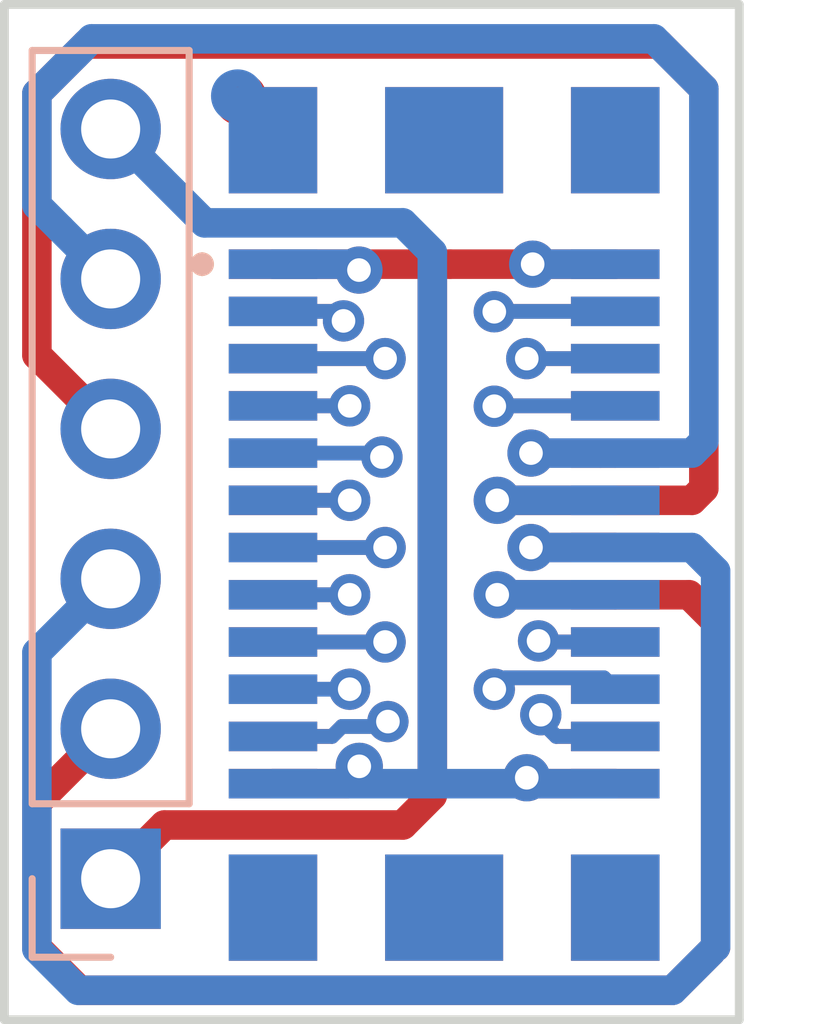
<source format=kicad_pcb>
(kicad_pcb (version 20190907) (host pcbnew "(5.99.0-375-g4460af5be-dirty)+6.0.0~dev1-1")

  (general
    (thickness 1.6)
    (drawings 4)
    (tracks 149)
    (modules 3)
    (nets 23)
  )

  (page "A4")
  (layers
    (0 "F.Cu" signal)
    (31 "B.Cu" signal)
    (32 "B.Adhes" user)
    (33 "F.Adhes" user)
    (34 "B.Paste" user)
    (35 "F.Paste" user)
    (36 "B.SilkS" user)
    (37 "F.SilkS" user)
    (38 "B.Mask" user)
    (39 "F.Mask" user)
    (40 "Dwgs.User" user)
    (41 "Cmts.User" user)
    (42 "Eco1.User" user)
    (43 "Eco2.User" user)
    (44 "Edge.Cuts" user)
    (45 "Margin" user)
    (46 "B.CrtYd" user)
    (47 "F.CrtYd" user)
    (48 "B.Fab" user)
    (49 "F.Fab" user)
  )

  (setup
    (stackup
      (layer "F.SilkS" (type "Top Silk Screen"))
      (layer "F.Paste" (type "Top Solder Paste"))
      (layer "F.Mask" (type "Top Solder Mask") (thickness 0.01) (color "Green"))
      (layer "F.Cu" (type "copper") (thickness 0.035))
      (layer "dielectric 1" (type "core") (thickness 1.51) (material "FR4") (epsilon_r 4.5) (loss_tangent 0.02))
      (layer "B.Cu" (type "copper") (thickness 0.035))
      (layer "B.Mask" (type "Bottom Solder Mask") (thickness 0.01) (color "Green"))
      (layer "B.Paste" (type "Bottom Solder Paste"))
      (layer "B.SilkS" (type "Bottom Silk Screen"))
      (copper_finish "None")
      (dielectric_constraints no)
    )
    (last_trace_width 0.5)
    (user_trace_width 0.25)
    (user_trace_width 0.5)
    (trace_clearance 0.15)
    (zone_clearance 0.254)
    (zone_45_only no)
    (trace_min 0.2)
    (via_size 0.7)
    (via_drill 0.4)
    (via_min_size 0.4)
    (via_min_drill 0.3)
    (uvia_size 0.3)
    (uvia_drill 0.1)
    (uvias_allowed no)
    (uvia_min_size 0.2)
    (uvia_min_drill 0.1)
    (max_error 0.005)
    (defaults
      (edge_clearance 0.01)
      (edge_cuts_line_width 0.15)
      (courtyard_line_width 0.05)
      (copper_line_width 0.2)
      (copper_text_dims (size 1.5 1.5) (thickness 0.3))
      (silk_line_width 0.15)
      (silk_text_dims (size 1 1) (thickness 0.15))
      (other_layers_line_width 0.1)
      (other_layers_text_dims (size 1 1) (thickness 0.15))
    )
    (pad_size 0.3 0.42)
    (pad_drill 0)
    (pad_to_mask_clearance 0.051)
    (solder_mask_min_width 0.25)
    (aux_axis_origin 0 0)
    (grid_origin 145 137.2)
    (visible_elements FFFFFF7F)
    (pcbplotparams
      (layerselection 0x010fc_ffffffff)
      (usegerberextensions false)
      (usegerberattributes false)
      (usegerberadvancedattributes false)
      (creategerberjobfile false)
      (excludeedgelayer true)
      (linewidth 0.100000)
      (plotframeref false)
      (viasonmask false)
      (mode 1)
      (useauxorigin false)
      (hpglpennumber 1)
      (hpglpenspeed 20)
      (hpglpendiameter 15.000000)
      (psnegative false)
      (psa4output false)
      (plotreference true)
      (plotvalue true)
      (plotinvisibletext false)
      (padsonsilk false)
      (subtractmaskfromsilk false)
      (outputformat 1)
      (mirror false)
      (drillshape 1)
      (scaleselection 1)
      (outputdirectory "")
    )
  )

  (net 0 "")
  (net 1 "Net-(J1-Pad7)")
  (net 2 "Net-(J1-Pad11)")
  (net 3 "Net-(J1-Pad9)")
  (net 4 "+12V")
  (net 5 "GND")
  (net 6 "+24V")
  (net 7 "+5V")
  (net 8 "+3V3")
  (net 9 "Net-(J1-Pad3)")
  (net 10 "Net-(J1-Pad4)")
  (net 11 "Net-(J1-Pad5)")
  (net 12 "Net-(J1-Pad6)")
  (net 13 "Net-(J1-Pad8)")
  (net 14 "Net-(J1-Pad13)")
  (net 15 "Net-(J1-Pad15)")
  (net 16 "Net-(J1-Pad17)")
  (net 17 "Net-(J1-Pad18)")
  (net 18 "Net-(J1-Pad19)")
  (net 19 "Net-(J1-Pad20)")
  (net 20 "Net-(J1-Pad21)")
  (net 21 "Net-(J1-Pad22)")
  (net 22 "GNDPWR")

  (net_class "Default" "This is the default net class."
    (clearance 0.15)
    (trace_width 0.25)
    (via_dia 0.7)
    (via_drill 0.4)
    (uvia_dia 0.3)
    (uvia_drill 0.1)
    (add_net "Net-(J1-Pad11)")
    (add_net "Net-(J1-Pad13)")
    (add_net "Net-(J1-Pad15)")
    (add_net "Net-(J1-Pad17)")
    (add_net "Net-(J1-Pad18)")
    (add_net "Net-(J1-Pad19)")
    (add_net "Net-(J1-Pad20)")
    (add_net "Net-(J1-Pad21)")
    (add_net "Net-(J1-Pad22)")
    (add_net "Net-(J1-Pad3)")
    (add_net "Net-(J1-Pad4)")
    (add_net "Net-(J1-Pad5)")
    (add_net "Net-(J1-Pad6)")
    (add_net "Net-(J1-Pad7)")
    (add_net "Net-(J1-Pad8)")
    (add_net "Net-(J1-Pad9)")
  )

  (net_class "Power" ""
    (clearance 0.15)
    (trace_width 0.5)
    (via_dia 0.8)
    (via_drill 0.4)
    (uvia_dia 0.3)
    (uvia_drill 0.1)
    (add_net "+12V")
    (add_net "+24V")
    (add_net "+3V3")
    (add_net "+5V")
    (add_net "GND")
    (add_net "GNDPWR")
  )

  (module "localstuff:TE_1775014_socket" (layer "F.Cu") (tedit 5E05E889) (tstamp 5DB9546B)
    (at 52.8 61.2 -90)
    (descr "TE Connectivity 1775014 0.8mm connector")
    (tags "Connector")
    (path "/5CC3E238")
    (fp_text reference "J2" (at 0 -5.5 90) (layer "F.SilkS") hide
      (effects (font (size 1.27 1.27) (thickness 0.254)))
    )
    (fp_text value "Moat_Bus_wire" (at 0 0 90) (layer "F.SilkS") hide
      (effects (font (size 1.27 1.27) (thickness 0.254)))
    )
    (fp_text user "1" (at -8.1 2.5 90) (layer "F.SilkS") hide
      (effects (font (size 1 1) (thickness 0.15)))
    )
    (fp_circle (center -7.2 3.45) (end -6.9 3.45) (layer "F.Cu") (width 0.3))
    (fp_line (start 7.5 -3.8) (end -7.5 -3.8) (layer "F.CrtYd") (width 0.1))
    (fp_line (start 7.5 3.8) (end 7.5 -3.8) (layer "F.CrtYd") (width 0.1))
    (fp_line (start -7.5 3.8) (end 7.5 3.8) (layer "F.CrtYd") (width 0.1))
    (fp_line (start -7.5 -3.8) (end -7.5 3.8) (layer "F.CrtYd") (width 0.1))
    (fp_text user "%R" (at -8.75 3.4 180) (layer "F.Fab") hide
      (effects (font (size 1.27 1.27) (thickness 0.254)))
    )
    (fp_line (start -6.9 -3.15) (end 6.9 -3.15) (layer "F.Fab") (width 0.2))
    (fp_line (start 6.9 -3.15) (end 6.9 3.15) (layer "F.Fab") (width 0.2))
    (fp_line (start 6.9 3.15) (end -6.9 3.15) (layer "F.Fab") (width 0.2))
    (fp_line (start -6.9 3.15) (end -6.9 -3.15) (layer "F.Fab") (width 0.2))
    (fp_line (start -4.5 4.1) (end -4.5 4.1) (layer "F.SilkS") (width 0.2))
    (fp_line (start -4.3 4.1) (end -4.3 4.1) (layer "F.SilkS") (width 0.2))
    (fp_arc (start -4.4 4.1) (end -4.5 4.1) (angle -180) (layer "F.SilkS") (width 0.2))
    (fp_arc (start -4.4 4.1) (end -4.3 4.1) (angle -180) (layer "F.SilkS") (width 0.2))
    (pad "1" smd rect (at -4.4 2.9 270) (size 0.5 1.5) (layers "F.Cu" "F.Paste" "F.Mask")
      (net 5 "GND"))
    (pad "2" smd rect (at -4.4 -2.9 270) (size 0.5 1.5) (layers "F.Cu" "F.Paste" "F.Mask")
      (net 5 "GND"))
    (pad "3" smd rect (at -3.6 2.9 270) (size 0.5 1.5) (layers "F.Cu" "F.Paste" "F.Mask")
      (net 9 "Net-(J1-Pad3)"))
    (pad "4" smd rect (at -3.6 -2.9 270) (size 0.5 1.5) (layers "F.Cu" "F.Paste" "F.Mask")
      (net 10 "Net-(J1-Pad4)"))
    (pad "5" smd rect (at -2.8 2.9 270) (size 0.5 1.5) (layers "F.Cu" "F.Paste" "F.Mask")
      (net 11 "Net-(J1-Pad5)"))
    (pad "6" smd rect (at -2.8 -2.9 270) (size 0.5 1.5) (layers "F.Cu" "F.Paste" "F.Mask")
      (net 12 "Net-(J1-Pad6)"))
    (pad "7" smd rect (at -2 2.9 270) (size 0.5 1.5) (layers "F.Cu" "F.Paste" "F.Mask")
      (net 1 "Net-(J1-Pad7)"))
    (pad "8" smd rect (at -2 -2.9 270) (size 0.5 1.5) (layers "F.Cu" "F.Paste" "F.Mask")
      (net 13 "Net-(J1-Pad8)"))
    (pad "9" smd rect (at -1.2 2.9 270) (size 0.5 1.5) (layers "F.Cu" "F.Paste" "F.Mask")
      (net 3 "Net-(J1-Pad9)"))
    (pad "10" smd rect (at -1.2 -2.9 270) (size 0.5 1.5) (layers "F.Cu" "F.Paste" "F.Mask")
      (net 6 "+24V"))
    (pad "11" smd rect (at -0.4 2.9 270) (size 0.5 1.5) (layers "F.Cu" "F.Paste" "F.Mask")
      (net 2 "Net-(J1-Pad11)"))
    (pad "12" smd rect (at -0.4 -2.9 270) (size 0.5 1.5) (layers "F.Cu" "F.Paste" "F.Mask")
      (net 4 "+12V"))
    (pad "13" smd rect (at 0.4 2.9 270) (size 0.5 1.5) (layers "F.Cu" "F.Paste" "F.Mask")
      (net 14 "Net-(J1-Pad13)"))
    (pad "14" smd rect (at 0.4 -2.9 270) (size 0.5 1.5) (layers "F.Cu" "F.Paste" "F.Mask")
      (net 7 "+5V"))
    (pad "15" smd rect (at 1.2 2.9 270) (size 0.5 1.5) (layers "F.Cu" "F.Paste" "F.Mask")
      (net 15 "Net-(J1-Pad15)"))
    (pad "16" smd rect (at 1.2 -2.9 270) (size 0.5 1.5) (layers "F.Cu" "F.Paste" "F.Mask")
      (net 8 "+3V3"))
    (pad "17" smd rect (at 2 2.9 270) (size 0.5 1.5) (layers "F.Cu" "F.Paste" "F.Mask")
      (net 16 "Net-(J1-Pad17)"))
    (pad "18" smd rect (at 2 -2.9 270) (size 0.5 1.5) (layers "F.Cu" "F.Paste" "F.Mask")
      (net 17 "Net-(J1-Pad18)"))
    (pad "19" smd rect (at 2.8 2.9 270) (size 0.5 1.5) (layers "F.Cu" "F.Paste" "F.Mask")
      (net 18 "Net-(J1-Pad19)"))
    (pad "20" smd rect (at 2.8 -2.9 270) (size 0.5 1.5) (layers "F.Cu" "F.Paste" "F.Mask")
      (net 19 "Net-(J1-Pad20)"))
    (pad "21" smd rect (at 3.6 2.9 270) (size 0.5 1.5) (layers "F.Cu" "F.Paste" "F.Mask")
      (net 20 "Net-(J1-Pad21)"))
    (pad "22" smd rect (at 3.6 -2.9 270) (size 0.5 1.5) (layers "F.Cu" "F.Paste" "F.Mask")
      (net 21 "Net-(J1-Pad22)"))
    (pad "23" smd rect (at 4.4 2.9 270) (size 0.5 1.5) (layers "F.Cu" "F.Paste" "F.Mask")
      (net 22 "GNDPWR"))
    (pad "24" smd rect (at 4.4 -2.9 270) (size 0.5 1.5) (layers "F.Cu" "F.Paste" "F.Mask")
      (net 22 "GNDPWR"))
    (pad "MNT" smd rect (at -6.5 2.9) (size 1.5 1.8) (layers "F.Cu" "F.Paste" "F.Mask")
      (solder_paste_margin -0.05) (clearance 0.001))
    (pad "MNT" smd rect (at -6.5 -2.9) (size 1.5 1.8) (layers "F.Cu" "F.Paste" "F.Mask"))
    (pad "MNT" smd rect (at 6.5 2.9) (size 1.5 1.8) (layers "F.Cu" "F.Paste" "F.Mask")
      (solder_paste_margin -0.05) (clearance 0.001))
    (pad "MNT" smd rect (at 6.5 -2.9) (size 1.5 1.8) (layers "F.Cu" "F.Paste" "F.Mask"))
    (pad "MNT" smd rect (at -6.5 0 270) (size 1.8 2) (layers "F.Cu" "F.Paste" "F.Mask"))
    (pad "MNT" smd rect (at 6.5 0 270) (size 1.8 2) (layers "F.Cu" "F.Paste" "F.Mask"))
    (pad "" np_thru_hole circle (at -6.4 1.7 270) (size 0.65 0.65) (drill 0.65) (layers *.Cu *.Mask)
      (clearance 0.01))
    (pad "" np_thru_hole circle (at 6.4 1.7 270) (size 0.65 0.65) (drill 0.65) (layers *.Cu *.Mask)
      (clearance 0.0001))
    (model ":moat3d:1775014-2.stp"
      (offset (xyz 0 0 2.4))
      (scale (xyz 1 1 1))
      (rotate (xyz 0 0 0))
    )
  )

  (module "Connector_PinHeader_2.54mm:PinHeader_1x06_P2.54mm_Vertical" (layer "B.Cu") (tedit 59FED5CC) (tstamp 5DBE6E62)
    (at 47.149999 67.209999)
    (descr "Through hole straight pin header, 1x06, 2.54mm pitch, single row")
    (tags "Through hole pin header THT 1x06 2.54mm single row")
    (path "/5DC7B9EF")
    (fp_text reference "J3" (at 0 2.33) (layer "B.SilkS") hide
      (effects (font (size 1 1) (thickness 0.15)) (justify mirror))
    )
    (fp_text value "Conn_01x06" (at -2 -6.8 -90) (layer "F.Fab") hide
      (effects (font (size 1 1) (thickness 0.15)))
    )
    (fp_line (start -0.635 1.27) (end 1.27 1.27) (layer "B.Fab") (width 0.1))
    (fp_line (start 1.27 1.27) (end 1.27 -13.97) (layer "B.Fab") (width 0.1))
    (fp_line (start 1.27 -13.97) (end -1.27 -13.97) (layer "B.Fab") (width 0.1))
    (fp_line (start -1.27 -13.97) (end -1.27 0.635) (layer "B.Fab") (width 0.1))
    (fp_line (start -1.27 0.635) (end -0.635 1.27) (layer "B.Fab") (width 0.1))
    (fp_line (start -1.33 -14.03) (end 1.33 -14.03) (layer "B.SilkS") (width 0.12))
    (fp_line (start -1.33 -1.27) (end -1.33 -14.03) (layer "B.SilkS") (width 0.12))
    (fp_line (start 1.33 -1.27) (end 1.33 -14.03) (layer "B.SilkS") (width 0.12))
    (fp_line (start -1.33 -1.27) (end 1.33 -1.27) (layer "B.SilkS") (width 0.12))
    (fp_line (start -1.33 0) (end -1.33 1.33) (layer "B.SilkS") (width 0.12))
    (fp_line (start -1.33 1.33) (end 0 1.33) (layer "B.SilkS") (width 0.12))
    (fp_line (start -1.8 1.8) (end -1.8 -14.5) (layer "B.CrtYd") (width 0.05))
    (fp_line (start -1.8 -14.5) (end 1.8 -14.5) (layer "B.CrtYd") (width 0.05))
    (fp_line (start 1.8 -14.5) (end 1.8 1.8) (layer "B.CrtYd") (width 0.05))
    (fp_line (start 1.8 1.8) (end -1.8 1.8) (layer "B.CrtYd") (width 0.05))
    (fp_text user "%R" (at 0 -6.35 -90) (layer "B.Fab")
      (effects (font (size 1 1) (thickness 0.15)) (justify mirror))
    )
    (pad "6" thru_hole oval (at 0 -12.7) (size 1.7 1.7) (drill 1) (layers *.Cu *.Mask)
      (net 22 "GNDPWR"))
    (pad "5" thru_hole oval (at 0 -10.16) (size 1.7 1.7) (drill 1) (layers *.Cu *.Mask)
      (net 6 "+24V"))
    (pad "4" thru_hole oval (at 0 -7.62) (size 1.7 1.7) (drill 1) (layers *.Cu *.Mask)
      (net 4 "+12V"))
    (pad "3" thru_hole oval (at 0 -5.08) (size 1.7 1.7) (drill 1) (layers *.Cu *.Mask)
      (net 7 "+5V"))
    (pad "2" thru_hole oval (at 0 -2.54) (size 1.7 1.7) (drill 1) (layers *.Cu *.Mask)
      (net 8 "+3V3"))
    (pad "1" thru_hole rect (at 0 0) (size 1.7 1.7) (drill 1) (layers *.Cu *.Mask)
      (net 5 "GND"))
    (model "${KISYS3DMOD}/Connector_PinHeader_2.54mm.3dshapes/PinHeader_1x06_P2.54mm_Vertical.wrl"
      (at (xyz 0 0 0))
      (scale (xyz 1 1 1))
      (rotate (xyz 0 0 0))
    )
  )

  (module "localstuff:TE_1775013_plug" (layer "B.Cu") (tedit 5DCACBE6) (tstamp 5DBE6DE5)
    (at 52.8 61.2 90)
    (descr "1775015_socket")
    (tags "Connector")
    (path "/5DC723A0")
    (fp_text reference "J1" (at 0 5.5 90) (layer "B.SilkS") hide
      (effects (font (size 1.27 1.27) (thickness 0.254)) (justify mirror))
    )
    (fp_text value "Moat_Bus_device" (at 0 0 90) (layer "B.SilkS") hide
      (effects (font (size 1.27 1.27) (thickness 0.254)) (justify mirror))
    )
    (fp_circle (center 7.25 -3.5) (end 7.55 -3.5) (layer "B.Cu") (width 0.3))
    (fp_text user "1" (at 8.255 -3.175 90) (layer "B.SilkS") hide
      (effects (font (size 1 1) (thickness 0.15)) (justify mirror))
    )
    (fp_line (start -7.5 3.8) (end 7.5 3.8) (layer "B.CrtYd") (width 0.1))
    (fp_line (start -7.5 -3.8) (end -7.5 3.8) (layer "B.CrtYd") (width 0.1))
    (fp_line (start 7.5 -3.8) (end -7.5 -3.8) (layer "B.CrtYd") (width 0.1))
    (fp_line (start 7.5 3.8) (end 7.5 -3.8) (layer "B.CrtYd") (width 0.1))
    (fp_text user "%R" (at 0 5.5 90) (layer "B.Fab")
      (effects (font (size 1.27 1.27) (thickness 0.254)) (justify mirror))
    )
    (fp_line (start 6.9 3.15) (end -6.9 3.15) (layer "B.Fab") (width 0.2))
    (fp_line (start -6.9 3.15) (end -6.9 -3.15) (layer "B.Fab") (width 0.2))
    (fp_line (start -6.9 -3.15) (end 6.9 -3.15) (layer "B.Fab") (width 0.2))
    (fp_line (start 6.9 -3.15) (end 6.9 3.15) (layer "B.Fab") (width 0.2))
    (fp_line (start 4.5 -4.1) (end 4.5 -4.1) (layer "B.SilkS") (width 0.2))
    (fp_line (start 4.3 -4.1) (end 4.3 -4.1) (layer "B.SilkS") (width 0.2))
    (fp_arc (start 4.4 -4.1) (end 4.5 -4.1) (angle -180) (layer "B.SilkS") (width 0.2))
    (fp_arc (start 4.4 -4.1) (end 4.3 -4.1) (angle -180) (layer "B.SilkS") (width 0.2))
    (pad "1" smd rect (at 4.4 -2.9 90) (size 0.5 1.5) (layers "B.Cu" "B.Paste" "B.Mask")
      (net 5 "GND"))
    (pad "2" smd rect (at 4.4 2.9 90) (size 0.5 1.5) (layers "B.Cu" "B.Paste" "B.Mask")
      (net 5 "GND"))
    (pad "3" smd rect (at 3.6 -2.9 90) (size 0.5 1.5) (layers "B.Cu" "B.Paste" "B.Mask")
      (net 9 "Net-(J1-Pad3)"))
    (pad "4" smd rect (at 3.6 2.9 90) (size 0.5 1.5) (layers "B.Cu" "B.Paste" "B.Mask")
      (net 10 "Net-(J1-Pad4)"))
    (pad "5" smd rect (at 2.8 -2.9 90) (size 0.5 1.5) (layers "B.Cu" "B.Paste" "B.Mask")
      (net 11 "Net-(J1-Pad5)"))
    (pad "6" smd rect (at 2.8 2.9 90) (size 0.5 1.5) (layers "B.Cu" "B.Paste" "B.Mask")
      (net 12 "Net-(J1-Pad6)"))
    (pad "7" smd rect (at 2 -2.9 90) (size 0.5 1.5) (layers "B.Cu" "B.Paste" "B.Mask")
      (net 1 "Net-(J1-Pad7)"))
    (pad "8" smd rect (at 2 2.9 90) (size 0.5 1.5) (layers "B.Cu" "B.Paste" "B.Mask")
      (net 13 "Net-(J1-Pad8)"))
    (pad "9" smd rect (at 1.2 -2.9 90) (size 0.5 1.5) (layers "B.Cu" "B.Paste" "B.Mask")
      (net 3 "Net-(J1-Pad9)"))
    (pad "10" smd rect (at 1.2 2.9 90) (size 0.5 1.5) (layers "B.Cu" "B.Paste" "B.Mask")
      (net 6 "+24V"))
    (pad "11" smd rect (at 0.4 -2.9 90) (size 0.5 1.5) (layers "B.Cu" "B.Paste" "B.Mask")
      (net 2 "Net-(J1-Pad11)"))
    (pad "12" smd rect (at 0.4 2.9 90) (size 0.5 1.5) (layers "B.Cu" "B.Paste" "B.Mask")
      (net 4 "+12V"))
    (pad "13" smd rect (at -0.4 -2.9 90) (size 0.5 1.5) (layers "B.Cu" "B.Paste" "B.Mask")
      (net 14 "Net-(J1-Pad13)"))
    (pad "14" smd rect (at -0.4 2.9 90) (size 0.5 1.5) (layers "B.Cu" "B.Paste" "B.Mask")
      (net 7 "+5V"))
    (pad "15" smd rect (at -1.2 -2.9 90) (size 0.5 1.5) (layers "B.Cu" "B.Paste" "B.Mask")
      (net 15 "Net-(J1-Pad15)"))
    (pad "16" smd rect (at -1.2 2.9 90) (size 0.5 1.5) (layers "B.Cu" "B.Paste" "B.Mask")
      (net 8 "+3V3"))
    (pad "17" smd rect (at -2 -2.9 90) (size 0.5 1.5) (layers "B.Cu" "B.Paste" "B.Mask")
      (net 16 "Net-(J1-Pad17)"))
    (pad "18" smd rect (at -2 2.9 90) (size 0.5 1.5) (layers "B.Cu" "B.Paste" "B.Mask")
      (net 17 "Net-(J1-Pad18)"))
    (pad "19" smd rect (at -2.8 -2.9 90) (size 0.5 1.5) (layers "B.Cu" "B.Paste" "B.Mask")
      (net 18 "Net-(J1-Pad19)"))
    (pad "20" smd rect (at -2.8 2.9 90) (size 0.5 1.5) (layers "B.Cu" "B.Paste" "B.Mask")
      (net 19 "Net-(J1-Pad20)"))
    (pad "21" smd rect (at -3.6 -2.9 90) (size 0.5 1.5) (layers "B.Cu" "B.Paste" "B.Mask")
      (net 20 "Net-(J1-Pad21)"))
    (pad "22" smd rect (at -3.6 2.9 90) (size 0.5 1.5) (layers "B.Cu" "B.Paste" "B.Mask")
      (net 21 "Net-(J1-Pad22)"))
    (pad "23" smd rect (at -4.4 -2.9 90) (size 0.5 1.5) (layers "B.Cu" "B.Paste" "B.Mask")
      (net 22 "GNDPWR"))
    (pad "24" smd rect (at -4.4 2.9 90) (size 0.5 1.5) (layers "B.Cu" "B.Paste" "B.Mask")
      (net 22 "GNDPWR"))
    (pad "MNT" smd rect (at 6.5 -2.9 180) (size 1.5 1.8) (layers "B.Cu" "B.Paste" "B.Mask"))
    (pad "MNT" smd rect (at 6.5 2.9 180) (size 1.5 1.8) (layers "B.Cu" "B.Paste" "B.Mask"))
    (pad "MNT" smd rect (at -6.5 -2.9 180) (size 1.5 1.8) (layers "B.Cu" "B.Paste" "B.Mask"))
    (pad "MNT" smd rect (at -6.5 2.9 180) (size 1.5 1.8) (layers "B.Cu" "B.Paste" "B.Mask"))
    (pad "MNT" smd rect (at 6.5 0 90) (size 1.8 2) (layers "B.Cu" "B.Paste" "B.Mask"))
    (pad "MNT" smd rect (at -6.5 0 90) (size 1.8 2) (layers "B.Cu" "B.Paste" "B.Mask"))
    (pad "" np_thru_hole circle (at 6.4 -1.7 90) (size 0.65 0.65) (drill 0.65) (layers *.Cu *.Mask))
    (pad "" np_thru_hole circle (at -6.4 -1.7 90) (size 0.65 0.65) (drill 0.65) (layers *.Cu *.Mask))
    (model ":moat3d:1775013-2.stp"
      (offset (xyz 0 0 2.4))
      (scale (xyz 1 1 1))
      (rotate (xyz 0 0 0))
    )
  )

  (gr_line (start 45.349999 69.6) (end 45.349999 52.4) (layer "Edge.Cuts") (width 0.15) (tstamp 5DBE74AE))
  (gr_line (start 57.8 69.6) (end 45.349999 69.6) (layer "Edge.Cuts") (width 0.15))
  (gr_line (start 57.8 52.4) (end 57.8 69.6) (layer "Edge.Cuts") (width 0.15))
  (gr_line (start 45.349999 52.4) (end 57.8 52.4) (layer "Edge.Cuts") (width 0.15))

  (segment (start 45.899998 63.38) (end 45.899998 68.399998) (width 0.5) (layer "B.Cu") (net 7))
  (segment (start 47.149999 62.129999) (end 45.899998 63.38) (width 0.5) (layer "B.Cu") (net 7))
  (segment (start 45.899998 68.399998) (end 46.6 69.1) (width 0.5) (layer "B.Cu") (net 7))
  (segment (start 46.6 69.1) (end 56.670002 69.1) (width 0.5) (layer "B.Cu") (net 7))
  (segment (start 56.670002 69.1) (end 57.32499 68.445012) (width 0.5) (layer "B.Cu") (net 7))
  (segment (start 45.899998 65.92) (end 45.899998 68.38) (width 0.5) (layer "F.Cu") (net 8))
  (segment (start 46.619998 69.1) (end 56.670002 69.1) (width 0.5) (layer "F.Cu") (net 8))
  (segment (start 47.149999 64.669999) (end 45.899998 65.92) (width 0.5) (layer "F.Cu") (net 8))
  (segment (start 45.899998 68.38) (end 46.619998 69.1) (width 0.5) (layer "F.Cu") (net 8))
  (segment (start 56.670002 69.1) (end 57.32499 68.445012) (width 0.5) (layer "F.Cu") (net 8))
  (segment (start 52.6 65.8) (end 52.1 66.3) (width 0.5) (layer "F.Cu") (net 5))
  (segment (start 52.6 56.8) (end 52.6 65.8) (width 0.5) (layer "F.Cu") (net 5))
  (segment (start 52.1 66.3) (end 48.059998 66.3) (width 0.5) (layer "F.Cu") (net 5))
  (segment (start 48.059998 66.3) (end 47.149999 67.209999) (width 0.5) (layer "F.Cu") (net 5))
  (segment (start 52.1 56.1) (end 48.74 56.1) (width 0.5) (layer "B.Cu") (net 22))
  (segment (start 48.74 56.1) (end 47.999998 55.359998) (width 0.5) (layer "B.Cu") (net 22))
  (segment (start 56.353027 52.983025) (end 46.826971 52.983025) (width 0.5) (layer "B.Cu") (net 6))
  (segment (start 46.826971 52.983025) (end 46.549998 53.259998) (width 0.5) (layer "B.Cu") (net 6))
  (segment (start 56.440681 53.070679) (end 57.2 53.829998) (width 0.5) (layer "F.Cu") (net 4))
  (segment (start 46.739317 53.070679) (end 56.440681 53.070679) (width 0.5) (layer "F.Cu") (net 4))
  (segment (start 57.2 53.829998) (end 57.2 60.6) (width 0.5) (layer "F.Cu") (net 4))
  (segment (start 57 60.8) (end 55.7 60.8) (width 0.5) (layer "F.Cu") (net 4))
  (segment (start 45.899998 53.909998) (end 46.739317 53.070679) (width 0.5) (layer "F.Cu") (net 4))
  (segment (start 45.899998 58.339998) (end 45.899998 53.909998) (width 0.5) (layer "F.Cu") (net 4))
  (segment (start 57.2 60.6) (end 57 60.8) (width 0.5) (layer "F.Cu") (net 4))
  (segment (start 47.149999 59.589999) (end 45.899998 58.339998) (width 0.5) (layer "F.Cu") (net 4))
  (segment (start 49.9 57.6) (end 50.934138 57.6) (width 0.25) (layer "F.Cu") (net 9))
  (segment (start 50.934138 57.6) (end 51.095102 57.760964) (width 0.25) (layer "F.Cu") (net 9))
  (segment (start 49.9 56.8) (end 51.257353 56.8) (width 0.5) (layer "B.Cu") (net 5))
  (via (at 51.357363 56.90001) (size 0.8) (drill 0.4) (layers "F.Cu" "B.Cu") (net 5))
  (segment (start 52.6 56.6) (end 52.1 56.1) (width 0.5) (layer "B.Cu") (net 22))
  (via (at 51.095102 57.760964) (size 0.7) (drill 0.4) (layers "F.Cu" "B.Cu") (net 9))
  (segment (start 49.9 57.6) (end 50.934138 57.6) (width 0.25) (layer "B.Cu") (net 9))
  (segment (start 51.257353 56.8) (end 51.357363 56.90001) (width 0.5) (layer "B.Cu") (net 5))
  (segment (start 50.934138 57.6) (end 51.095102 57.760964) (width 0.25) (layer "B.Cu") (net 9))
  (segment (start 49.9 65.6) (end 52.6 65.6) (width 0.5) (layer "B.Cu") (net 22))
  (segment (start 52.6 65.6) (end 54.099992 65.6) (width 0.5) (layer "B.Cu") (net 22))
  (segment (start 52.6 65.6) (end 52.6 56.6) (width 0.5) (layer "B.Cu") (net 22))
  (segment (start 49.9 64.8) (end 50.9 64.8) (width 0.25) (layer "B.Cu") (net 20))
  (via (at 51.847565 64.548411) (size 0.7) (drill 0.4) (layers "F.Cu" "B.Cu") (net 20))
  (segment (start 49.9 65.6) (end 51.15 65.6) (width 0.5) (layer "F.Cu") (net 22))
  (segment (start 51.068638 64.631362) (end 51.764614 64.631362) (width 0.25) (layer "B.Cu") (net 20))
  (segment (start 49.9 64.8) (end 50.9 64.8) (width 0.25) (layer "F.Cu") (net 20))
  (segment (start 51.068639 64.631361) (end 51.764615 64.631361) (width 0.25) (layer "F.Cu") (net 20))
  (segment (start 50.9 64.8) (end 51.068638 64.631362) (width 0.25) (layer "B.Cu") (net 20))
  (segment (start 51.764614 64.631362) (end 51.847565 64.548411) (width 0.25) (layer "B.Cu") (net 20))
  (segment (start 51.15 65.6) (end 51.362251 65.387749) (width 0.5) (layer "F.Cu") (net 22))
  (segment (start 51.764615 64.631361) (end 51.847565 64.548411) (width 0.25) (layer "F.Cu") (net 20))
  (via (at 51.362251 65.306363) (size 0.8) (drill 0.4) (layers "F.Cu" "B.Cu") (net 22))
  (segment (start 50.9 64.8) (end 51.068639 64.631361) (width 0.25) (layer "F.Cu") (net 20))
  (segment (start 51.362251 65.387749) (end 51.362251 65.306363) (width 0.5) (layer "F.Cu") (net 22))
  (segment (start 49.9 56.8) (end 52.6 56.8) (width 0.5) (layer "F.Cu") (net 5))
  (segment (start 52.6 56.8) (end 52.9 56.8) (width 0.5) (layer "F.Cu") (net 5))
  (segment (start 46.3 56.2) (end 47.149999 57.049999) (width 0.5) (layer "B.Cu") (net 6))
  (segment (start 45.899998 55.799998) (end 46.3 56.2) (width 0.5) (layer "B.Cu") (net 6))
  (segment (start 45.899998 53.909998) (end 45.899998 55.799998) (width 0.5) (layer "B.Cu") (net 6))
  (segment (start 55.7 60) (end 57 60) (width 0.5) (layer "B.Cu") (net 6))
  (segment (start 57 60) (end 57.2 59.8) (width 0.5) (layer "B.Cu") (net 6))
  (segment (start 47.999998 55.359998) (end 47.149999 54.509999) (width 0.5) (layer "B.Cu") (net 22))
  (segment (start 57 61.6) (end 55.7 61.6) (width 0.5) (layer "B.Cu") (net 7))
  (segment (start 57.4 68.370002) (end 57.4 62) (width 0.5) (layer "B.Cu") (net 7))
  (segment (start 57.4 62) (end 57 61.6) (width 0.5) (layer "B.Cu") (net 7))
  (segment (start 57.2 53.829998) (end 56.353027 52.983025) (width 0.5) (layer "B.Cu") (net 6))
  (segment (start 57.2 59.8) (end 57.2 53.829998) (width 0.5) (layer "B.Cu") (net 6))
  (segment (start 46.549998 53.259998) (end 45.899998 53.909998) (width 0.5) (layer "B.Cu") (net 6))
  (segment (start 57.4 68.370002) (end 57.4 62.85) (width 0.5) (layer "F.Cu") (net 8))
  (segment (start 57.4 62.85) (end 56.95 62.4) (width 0.5) (layer "F.Cu") (net 8))
  (segment (start 56.95 62.4) (end 55.7 62.4) (width 0.5) (layer "F.Cu") (net 8))
  (via (at 54.2 65.499992) (size 0.8) (drill 0.4) (layers "F.Cu" "B.Cu") (net 22))
  (segment (start 55.7 65.6) (end 54.300008 65.6) (width 0.5) (layer "F.Cu") (net 22))
  (segment (start 54.300008 65.6) (end 54.2 65.499992) (width 0.5) (layer "B.Cu") (net 22))
  (segment (start 54.099992 65.6) (end 54.2 65.499992) (width 0.5) (layer "B.Cu") (net 22))
  (segment (start 54.300008 65.6) (end 54.2 65.499992) (width 0.5) (layer "F.Cu") (net 22))
  (segment (start 55.7 65.6) (end 54.300008 65.6) (width 0.5) (layer "B.Cu") (net 22))
  (segment (start 54.3 56.8) (end 55.7 56.8) (width 0.5) (layer "F.Cu") (net 5))
  (segment (start 52.9 56.8) (end 54.3 56.8) (width 0.5) (layer "F.Cu") (net 5))
  (segment (start 55.7 56.8) (end 54.3 56.8) (width 0.5) (layer "B.Cu") (net 5))
  (via (at 54.3 56.8) (size 0.8) (drill 0.4) (layers "F.Cu" "B.Cu") (net 5))
  (segment (start 55.7 64) (end 55.507038 63.807038) (width 0.25) (layer "F.Cu") (net 19))
  (via (at 54.4 63.182028) (size 0.7) (drill 0.4) (layers "F.Cu" "B.Cu") (net 17))
  (segment (start 54.438049 64.538049) (end 54.438049 64.43204) (width 0.25) (layer "F.Cu") (net 21))
  (segment (start 55.7 64.8) (end 54.7 64.8) (width 0.25) (layer "B.Cu") (net 21))
  (segment (start 55.7 64.8) (end 54.7 64.8) (width 0.25) (layer "F.Cu") (net 21))
  (segment (start 55.507039 63.807039) (end 53.842971 63.807039) (width 0.25) (layer "B.Cu") (net 19))
  (segment (start 55.7 64) (end 55.507039 63.807039) (width 0.25) (layer "B.Cu") (net 19))
  (segment (start 53.842972 63.807038) (end 53.65001 64) (width 0.25) (layer "F.Cu") (net 19))
  (segment (start 54.438049 64.538049) (end 54.438049 64.43204) (width 0.25) (layer "B.Cu") (net 21))
  (segment (start 54.417972 63.2) (end 54.4 63.182028) (width 0.25) (layer "F.Cu") (net 17))
  (segment (start 54.417972 63.2) (end 54.4 63.182028) (width 0.25) (layer "B.Cu") (net 17))
  (segment (start 55.7 63.2) (end 54.417972 63.2) (width 0.25) (layer "B.Cu") (net 17))
  (segment (start 54.7 64.8) (end 54.438049 64.538049) (width 0.25) (layer "F.Cu") (net 21))
  (segment (start 53.842971 63.807039) (end 53.65001 64) (width 0.25) (layer "B.Cu") (net 19))
  (via (at 54.438049 64.43204) (size 0.7) (drill 0.4) (layers "F.Cu" "B.Cu") (net 21))
  (segment (start 54.7 64.8) (end 54.438049 64.538049) (width 0.25) (layer "B.Cu") (net 21))
  (segment (start 55.507038 63.807038) (end 53.842972 63.807038) (width 0.25) (layer "F.Cu") (net 19))
  (segment (start 55.7 63.2) (end 54.417972 63.2) (width 0.25) (layer "F.Cu") (net 17))
  (segment (start 49.9 60) (end 51.678627 60) (width 0.25) (layer "F.Cu") (net 3))
  (segment (start 55.7 59.2) (end 53.656138 59.2) (width 0.25) (layer "B.Cu") (net 13))
  (segment (start 55.7 57.6) (end 53.656138 57.6) (width 0.25) (layer "F.Cu") (net 10))
  (via (at 53.70001 60.8) (size 0.8) (drill 0.4) (layers "F.Cu" "B.Cu") (net 4))
  (via (at 53.70001 62.4) (size 0.8) (drill 0.4) (layers "F.Cu" "B.Cu") (net 8))
  (segment (start 55.7 57.6) (end 53.656138 57.6) (width 0.25) (layer "B.Cu") (net 10))
  (segment (start 55.7 60.8) (end 53.70001 60.8) (width 0.5) (layer "F.Cu") (net 4))
  (via (at 51.746283 60.067656) (size 0.7) (drill 0.4) (layers "F.Cu" "B.Cu") (net 3))
  (segment (start 53.656138 59.2) (end 53.65001 59.206128) (width 0.25) (layer "F.Cu") (net 13))
  (via (at 53.65001 57.606128) (size 0.7) (drill 0.4) (layers "F.Cu" "B.Cu") (net 10))
  (segment (start 53.656138 57.6) (end 53.65001 57.606128) (width 0.25) (layer "F.Cu") (net 10))
  (segment (start 55.7 60.8) (end 53.70001 60.8) (width 0.5) (layer "B.Cu") (net 4))
  (segment (start 53.656138 59.2) (end 53.65001 59.206128) (width 0.25) (layer "B.Cu") (net 13))
  (segment (start 55.7 62.4) (end 53.70001 62.4) (width 0.5) (layer "B.Cu") (net 8))
  (segment (start 53.656138 57.6) (end 53.65001 57.606128) (width 0.25) (layer "B.Cu") (net 10))
  (via (at 53.65001 64) (size 0.7) (drill 0.4) (layers "F.Cu" "B.Cu") (net 19))
  (segment (start 55.7 59.2) (end 53.656138 59.2) (width 0.25) (layer "F.Cu") (net 13))
  (segment (start 51.678627 60) (end 51.746283 60.067656) (width 0.25) (layer "F.Cu") (net 3))
  (segment (start 51.678627 60) (end 51.746283 60.067656) (width 0.25) (layer "B.Cu") (net 3))
  (segment (start 49.9 60) (end 51.678627 60) (width 0.25) (layer "B.Cu") (net 3))
  (segment (start 55.7 62.4) (end 53.70001 62.4) (width 0.5) (layer "F.Cu") (net 8))
  (via (at 53.65001 59.206128) (size 0.7) (drill 0.4) (layers "F.Cu" "B.Cu") (net 13))
  (via (at 51.2 59.2) (size 0.7) (drill 0.4) (layers "F.Cu" "B.Cu") (net 1))
  (segment (start 49.9 59.2) (end 51.2 59.2) (width 0.25) (layer "F.Cu") (net 1))
  (segment (start 51.2 59.2) (end 49.9 59.2) (width 0.25) (layer "B.Cu") (net 1))
  (via (at 51.2 60.8) (size 0.7) (drill 0.4) (layers "F.Cu" "B.Cu") (net 2))
  (segment (start 49.9 60.8) (end 51.2 60.8) (width 0.25) (layer "B.Cu") (net 2))
  (segment (start 51.2 60.8) (end 49.9 60.8) (width 0.25) (layer "F.Cu") (net 2))
  (via (at 54.271752 60) (size 0.8) (drill 0.4) (layers "F.Cu" "B.Cu") (net 6))
  (segment (start 55.7 60) (end 54.271752 60) (width 0.5) (layer "B.Cu") (net 6))
  (segment (start 54.271752 60) (end 55.45001 60) (width 0.5) (layer "F.Cu") (net 6))
  (segment (start 55.45001 60) (end 55.7 60) (width 0.5) (layer "F.Cu") (net 6))
  (via (at 54.271752 61.6) (size 0.8) (drill 0.4) (layers "F.Cu" "B.Cu") (net 7))
  (segment (start 55.7 61.6) (end 54.271752 61.6) (width 0.5) (layer "B.Cu") (net 7))
  (segment (start 54.271752 61.6) (end 55.7 61.6) (width 0.5) (layer "F.Cu") (net 7))
  (via (at 51.8 58.4) (size 0.7) (drill 0.4) (layers "F.Cu" "B.Cu") (net 11))
  (segment (start 49.9 58.4) (end 51.8 58.4) (width 0.25) (layer "B.Cu") (net 11))
  (segment (start 51.8 58.4) (end 49.9 58.4) (width 0.25) (layer "F.Cu") (net 11))
  (via (at 54.2 58.4) (size 0.7) (drill 0.4) (layers "F.Cu" "B.Cu") (net 12))
  (segment (start 55.7 58.4) (end 54.2 58.4) (width 0.25) (layer "B.Cu") (net 12))
  (segment (start 54.2 58.4) (end 55.7 58.4) (width 0.25) (layer "F.Cu") (net 12))
  (via (at 51.8 61.6) (size 0.7) (drill 0.4) (layers "F.Cu" "B.Cu") (net 14))
  (segment (start 49.9 61.6) (end 51.8 61.6) (width 0.25) (layer "F.Cu") (net 14))
  (segment (start 51.8 61.6) (end 49.9 61.6) (width 0.25) (layer "B.Cu") (net 14))
  (via (at 51.2 62.4) (size 0.7) (drill 0.4) (layers "F.Cu" "B.Cu") (net 15))
  (segment (start 49.9 62.4) (end 51.2 62.4) (width 0.25) (layer "B.Cu") (net 15))
  (segment (start 51.2 62.4) (end 49.9 62.4) (width 0.25) (layer "F.Cu") (net 15))
  (via (at 51.8 63.2) (size 0.7) (drill 0.4) (layers "F.Cu" "B.Cu") (net 16))
  (segment (start 49.9 63.2) (end 51.8 63.2) (width 0.25) (layer "F.Cu") (net 16))
  (segment (start 51.8 63.2) (end 49.9 63.2) (width 0.25) (layer "B.Cu") (net 16))
  (via (at 51.2 64) (size 0.7) (drill 0.4) (layers "F.Cu" "B.Cu") (net 18))
  (segment (start 49.9 64) (end 51.2 64) (width 0.25) (layer "B.Cu") (net 18))
  (segment (start 51.2 64) (end 49.9 64) (width 0.25) (layer "F.Cu") (net 18))

)

</source>
